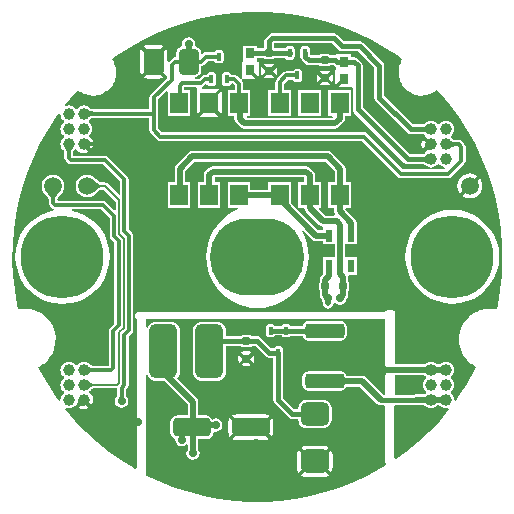
<source format=gtl>
G04*
G04 #@! TF.GenerationSoftware,Altium Limited,Altium Designer,20.1.8 (145)*
G04*
G04 Layer_Physical_Order=1*
G04 Layer_Color=255*
%FSTAX43Y43*%
%MOMM*%
G71*
G04*
G04 #@! TF.SameCoordinates,F520C443-D289-43A5-AF8C-D66C243BB58F*
G04*
G04*
G04 #@! TF.FilePolarity,Positive*
G04*
G01*
G75*
%ADD11C,0.500*%
%ADD15C,0.200*%
G04:AMPARAMS|DCode=31|XSize=4.6mm|YSize=2.4mm|CornerRadius=0.6mm|HoleSize=0mm|Usage=FLASHONLY|Rotation=270.000|XOffset=0mm|YOffset=0mm|HoleType=Round|Shape=RoundedRectangle|*
%AMROUNDEDRECTD31*
21,1,4.600,1.200,0,0,270.0*
21,1,3.400,2.400,0,0,270.0*
1,1,1.200,-0.600,-1.700*
1,1,1.200,-0.600,1.700*
1,1,1.200,0.600,1.700*
1,1,1.200,0.600,-1.700*
%
%ADD31ROUNDEDRECTD31*%
G04:AMPARAMS|DCode=32|XSize=1.6mm|YSize=3.2mm|CornerRadius=0.4mm|HoleSize=0mm|Usage=FLASHONLY|Rotation=90.000|XOffset=0mm|YOffset=0mm|HoleType=Round|Shape=RoundedRectangle|*
%AMROUNDEDRECTD32*
21,1,1.600,2.400,0,0,90.0*
21,1,0.800,3.200,0,0,90.0*
1,1,0.800,1.200,0.400*
1,1,0.800,1.200,-0.400*
1,1,0.800,-1.200,-0.400*
1,1,0.800,-1.200,0.400*
%
%ADD32ROUNDEDRECTD32*%
%ADD33R,0.800X0.850*%
G04:AMPARAMS|DCode=34|XSize=0.75mm|YSize=0.6mm|CornerRadius=0.15mm|HoleSize=0mm|Usage=FLASHONLY|Rotation=180.000|XOffset=0mm|YOffset=0mm|HoleType=Round|Shape=RoundedRectangle|*
%AMROUNDEDRECTD34*
21,1,0.750,0.300,0,0,180.0*
21,1,0.450,0.600,0,0,180.0*
1,1,0.300,-0.225,0.150*
1,1,0.300,0.225,0.150*
1,1,0.300,0.225,-0.150*
1,1,0.300,-0.225,-0.150*
%
%ADD34ROUNDEDRECTD34*%
G04:AMPARAMS|DCode=35|XSize=2.25mm|YSize=1.7mm|CornerRadius=0.425mm|HoleSize=0mm|Usage=FLASHONLY|Rotation=270.000|XOffset=0mm|YOffset=0mm|HoleType=Round|Shape=RoundedRectangle|*
%AMROUNDEDRECTD35*
21,1,2.250,0.850,0,0,270.0*
21,1,1.400,1.700,0,0,270.0*
1,1,0.850,-0.425,-0.700*
1,1,0.850,-0.425,0.700*
1,1,0.850,0.425,0.700*
1,1,0.850,0.425,-0.700*
%
%ADD35ROUNDEDRECTD35*%
%ADD36R,1.500X1.800*%
%ADD37R,0.600X1.100*%
G04:AMPARAMS|DCode=38|XSize=0.4mm|YSize=0.75mm|CornerRadius=0.1mm|HoleSize=0mm|Usage=FLASHONLY|Rotation=0.000|XOffset=0mm|YOffset=0mm|HoleType=Round|Shape=RoundedRectangle|*
%AMROUNDEDRECTD38*
21,1,0.400,0.550,0,0,0.0*
21,1,0.200,0.750,0,0,0.0*
1,1,0.200,0.100,-0.275*
1,1,0.200,-0.100,-0.275*
1,1,0.200,-0.100,0.275*
1,1,0.200,0.100,0.275*
%
%ADD38ROUNDEDRECTD38*%
G04:AMPARAMS|DCode=39|XSize=0.75mm|YSize=0.6mm|CornerRadius=0.15mm|HoleSize=0mm|Usage=FLASHONLY|Rotation=90.000|XOffset=0mm|YOffset=0mm|HoleType=Round|Shape=RoundedRectangle|*
%AMROUNDEDRECTD39*
21,1,0.750,0.300,0,0,90.0*
21,1,0.450,0.600,0,0,90.0*
1,1,0.300,0.150,0.225*
1,1,0.300,0.150,-0.225*
1,1,0.300,-0.150,-0.225*
1,1,0.300,-0.150,0.225*
%
%ADD39ROUNDEDRECTD39*%
G04:AMPARAMS|DCode=40|XSize=3.35mm|YSize=1.25mm|CornerRadius=0.313mm|HoleSize=0mm|Usage=FLASHONLY|Rotation=180.000|XOffset=0mm|YOffset=0mm|HoleType=Round|Shape=RoundedRectangle|*
%AMROUNDEDRECTD40*
21,1,3.350,0.625,0,0,180.0*
21,1,2.725,1.250,0,0,180.0*
1,1,0.625,-1.363,0.313*
1,1,0.625,1.363,0.313*
1,1,0.625,1.363,-0.313*
1,1,0.625,-1.363,-0.313*
%
%ADD40ROUNDEDRECTD40*%
G04:AMPARAMS|DCode=41|XSize=2.4mm|YSize=2mm|CornerRadius=0.5mm|HoleSize=0mm|Usage=FLASHONLY|Rotation=0.000|XOffset=0mm|YOffset=0mm|HoleType=Round|Shape=RoundedRectangle|*
%AMROUNDEDRECTD41*
21,1,2.400,1.000,0,0,0.0*
21,1,1.400,2.000,0,0,0.0*
1,1,1.000,0.700,-0.500*
1,1,1.000,-0.700,-0.500*
1,1,1.000,-0.700,0.500*
1,1,1.000,0.700,0.500*
%
%ADD41ROUNDEDRECTD41*%
%ADD42C,0.300*%
%ADD43C,0.350*%
%ADD44C,0.400*%
%ADD45C,0.600*%
%ADD46C,1.000*%
%ADD47C,1.500*%
%ADD48O,8.000X6.500*%
%ADD49C,7.000*%
%ADD50C,0.700*%
%ADD51C,0.600*%
G36*
X0091134Y0109993D02*
X0091171Y0109964D01*
X009121Y0109938D01*
X0091249Y0109916D01*
X009129Y0109897D01*
X0091332Y0109882D01*
X0091375Y0109869D01*
X009142Y0109861D01*
X0091466Y0109856D01*
X0091513Y0109854D01*
X0091521Y0109504D01*
X0091473Y0109502D01*
X0091427Y0109497D01*
X0091383Y0109488D01*
X009134Y0109476D01*
X0091299Y010946D01*
X0091258Y010944D01*
X009122Y0109417D01*
X0091183Y010939D01*
X0091147Y010936D01*
X0091113Y0109326D01*
X0091099Y0110026D01*
X0091134Y0109993D01*
D02*
G37*
G36*
X0119792Y0107999D02*
X0119761Y0108027D01*
X0119729Y0108053D01*
X0119694Y0108076D01*
X0119657Y0108095D01*
X0119618Y0108112D01*
X0119577Y0108125D01*
X0119533Y0108135D01*
X0119488Y0108143D01*
X011944Y0108147D01*
X011939Y0108149D01*
Y0108549D01*
X011944Y010855D01*
X0119488Y0108555D01*
X0119533Y0108562D01*
X0119577Y0108573D01*
X0119618Y0108587D01*
X0119657Y0108603D01*
X0119694Y0108622D01*
X0119729Y0108645D01*
X0119761Y0108671D01*
X0119792Y0108699D01*
Y0107999D01*
D02*
G37*
G36*
X0121811Y0107396D02*
X0121847Y0107366D01*
X0121885Y010734D01*
X0121924Y0107317D01*
X0121964Y0107298D01*
X0122006Y0107282D01*
X0122049Y010727D01*
X0122094Y0107261D01*
X012214Y0107256D01*
X0122187Y0107254D01*
Y0106904D01*
X012214Y0106902D01*
X0122094Y0106897D01*
X0122049Y0106888D01*
X0122006Y0106876D01*
X0121964Y010686D01*
X0121924Y0106841D01*
X0121885Y0106818D01*
X0121847Y0106792D01*
X0121811Y0106762D01*
X0121776Y0106729D01*
Y0107429D01*
X0121811Y0107396D01*
D02*
G37*
G36*
X0120087Y0106583D02*
X0120035Y0106587D01*
X0119984Y0106588D01*
X0119935Y0106585D01*
X0119889Y0106578D01*
X0119845Y0106567D01*
X0119803Y0106552D01*
X0119763Y0106533D01*
X0119725Y0106511D01*
X0119689Y0106484D01*
X0119655Y0106453D01*
X0119469Y0106691D01*
X0119498Y0106723D01*
X0119525Y0106757D01*
X0119549Y0106795D01*
X0119571Y0106835D01*
X0119591Y0106877D01*
X0119608Y0106923D01*
X0119622Y010697D01*
X0119635Y0107021D01*
X0119644Y0107074D01*
X0119651Y010713D01*
X0120087Y0106583D01*
D02*
G37*
G36*
X0089791Y0106732D02*
X0089757Y0106692D01*
X0089727Y0106652D01*
X0089701Y010661D01*
X0089679Y0106569D01*
X0089661Y0106526D01*
X0089647Y0106484D01*
X0089637Y010644D01*
X0089631Y0106396D01*
X0089629Y0106352D01*
X0089329D01*
X0089327Y0106396D01*
X0089321Y010644D01*
X0089311Y0106484D01*
X0089297Y0106526D01*
X0089279Y0106569D01*
X0089257Y010661D01*
X0089231Y0106652D01*
X0089201Y0106692D01*
X0089167Y0106732D01*
X0089129Y0106772D01*
X0089829D01*
X0089791Y0106732D01*
D02*
G37*
G36*
X0119792Y0105459D02*
X0119761Y0105488D01*
X0119729Y0105513D01*
X0119694Y0105535D01*
X0119657Y0105555D01*
X0119618Y0105572D01*
X0119577Y0105585D01*
X0119533Y0105595D01*
X0119488Y0105603D01*
X011944Y0105607D01*
X011939Y0105609D01*
Y0106009D01*
X011944Y010601D01*
X0119488Y0106015D01*
X0119533Y0106022D01*
X0119577Y0106033D01*
X0119618Y0106047D01*
X0119657Y0106063D01*
X0119694Y0106082D01*
X0119729Y0106105D01*
X0119761Y0106131D01*
X0119792Y0106159D01*
Y0105459D01*
D02*
G37*
G36*
X0107458Y0118208D02*
X0108788Y0118035D01*
X0110104Y0117777D01*
X0111401Y0117434D01*
X0112673Y0117008D01*
X0113914Y0116501D01*
X0115121Y0115914D01*
X0116287Y0115251D01*
X0117407Y0114514D01*
X0117738Y0114264D01*
X0117599Y0114028D01*
X0117591Y0114004D01*
X0117578Y0113982D01*
X0117467Y0113665D01*
X0117463Y011364D01*
X0117455Y0113616D01*
X0117408Y0113283D01*
X0117409Y0113258D01*
X0117406Y0113233D01*
X0117424Y0112897D01*
X011743Y0112873D01*
X0117432Y0112847D01*
X0117515Y0112522D01*
X0117526Y0112499D01*
X0117532Y0112474D01*
X0117677Y0112171D01*
X0117693Y0112151D01*
X0117704Y0112128D01*
X0117905Y0111859D01*
X0117924Y0111842D01*
X0117939Y0111822D01*
X0118189Y0111597D01*
X0118211Y0111584D01*
X011823Y0111567D01*
X0118518Y0111395D01*
X0118542Y0111387D01*
X0118564Y0111374D01*
X0118881Y0111261D01*
X0118906Y0111257D01*
X011893Y0111249D01*
X0119262Y01112D01*
X0119288Y0111202D01*
X0119313Y0111198D01*
X0119648Y0111215D01*
X0119673Y0111221D01*
X0119698Y0111222D01*
X0120024Y0111304D01*
X0120047Y0111315D01*
X0120072Y0111321D01*
X0120375Y0111465D01*
X0120396Y011148D01*
X0120419Y0111491D01*
X0120653Y0111665D01*
X0120919Y0111384D01*
X0121745Y0110401D01*
X0122509Y0109368D01*
X0123207Y010829D01*
X0123837Y0107171D01*
X0124397Y0106015D01*
X0124884Y0104827D01*
X0125296Y010361D01*
X0125633Y0102371D01*
X0125892Y0101113D01*
X0126073Y0099842D01*
X0126176Y0098561D01*
X0126198Y0097277D01*
X0126141Y0095994D01*
X0126005Y0094717D01*
X012579Y0093451D01*
X0125706Y0093091D01*
X0125262Y0093157D01*
X0125237Y0093155D01*
X0125211Y0093159D01*
X0124754Y0093137D01*
X0124729Y0093131D01*
X0124704Y0093129D01*
X012426Y0093018D01*
X0124237Y0093007D01*
X0124212Y0093001D01*
X0123798Y0092805D01*
X0123777Y009279D01*
X0123754Y0092779D01*
X0123387Y0092506D01*
X012337Y0092488D01*
X0123349Y0092472D01*
X0123042Y0092133D01*
X0123029Y0092111D01*
X0123011Y0092092D01*
X0122776Y0091699D01*
X0122768Y0091675D01*
X0122755Y0091653D01*
X0122601Y0091222D01*
X0122597Y0091197D01*
X0122588Y0091173D01*
X0122522Y009072D01*
X0122523Y0090695D01*
X0122519Y0090669D01*
X0122542Y0090212D01*
X0122548Y0090187D01*
X012255Y0090162D01*
X0122661Y0089718D01*
X0122672Y0089695D01*
X0122678Y008967D01*
X0122875Y0089257D01*
X012289Y0089236D01*
X0122901Y0089213D01*
X0123174Y0088846D01*
X0123193Y0088829D01*
X0123208Y0088808D01*
X0123548Y0088501D01*
X012357Y0088488D01*
X0123589Y0088471D01*
X0123981Y0088237D01*
X0123819Y0087902D01*
X0123184Y008678D01*
X0122481Y00857D01*
X0122246Y0085384D01*
X0122125Y0085434D01*
X0122125Y0085434D01*
X0122101Y0085616D01*
X012203Y0085787D01*
X0121918Y0085933D01*
X0121844Y008599D01*
Y0086147D01*
X0121918Y0086204D01*
X012203Y0086351D01*
X0122101Y0086521D01*
X0122125Y0086704D01*
X0122101Y0086886D01*
X012203Y0087057D01*
X0121918Y0087203D01*
X0121844Y008726D01*
Y0087417D01*
X0121918Y0087474D01*
X012203Y0087621D01*
X0122101Y0087791D01*
X0122125Y0087974D01*
X0122101Y0088156D01*
X012203Y0088327D01*
X0121918Y0088473D01*
X0121772Y0088585D01*
X0121601Y0088656D01*
X0121419Y008868D01*
X0121236Y0088656D01*
X0121066Y0088585D01*
X0120919Y0088473D01*
X0120914Y0088465D01*
X012091Y0088463D01*
X0120901Y0088458D01*
X0120886Y0088452D01*
X0120866Y0088446D01*
X012084Y008844D01*
X0120812Y0088436D01*
X0120779Y0088433D01*
X0120758Y0088435D01*
X0120727Y008844D01*
X0120701Y0088446D01*
X0120681Y0088452D01*
X0120666Y0088458D01*
X0120657Y0088463D01*
X0120654Y0088465D01*
X0120648Y0088473D01*
X0120502Y0088585D01*
X0120331Y0088656D01*
X0120149Y008868D01*
X0119966Y0088656D01*
X0119796Y0088585D01*
X0119649Y0088473D01*
X0119644Y0088465D01*
X011964Y0088463D01*
X0119631Y0088458D01*
X0119616Y0088452D01*
X0119596Y0088446D01*
X011957Y008844D01*
X0119542Y0088436D01*
X0119508Y0088433D01*
X0117089D01*
Y0092854D01*
X0117074Y0092932D01*
X0117029Y0092998D01*
X0116963Y0093042D01*
X0116885Y0093058D01*
X0116468D01*
X011639Y0093042D01*
X0116324Y0092998D01*
X011628Y0092932D01*
X011627Y0092883D01*
X0095324D01*
X0095246Y0092867D01*
X009518Y0092823D01*
X0095136Y0092757D01*
X009512Y0092679D01*
Y0092479D01*
X0095136Y0092401D01*
X009518Y0092335D01*
X009522Y0092308D01*
Y0079631D01*
X0095111Y0079566D01*
X0094995Y0079628D01*
X0093903Y0080312D01*
X0092855Y0081062D01*
X0091855Y0081875D01*
X0090908Y0082749D01*
X0090017Y0083681D01*
X0089186Y0084665D01*
X0089267Y0084769D01*
X0089296Y0084757D01*
X0089479Y0084733D01*
X0089661Y0084757D01*
X0089832Y0084827D01*
X0089978Y0084939D01*
X0089987Y0084952D01*
X0090114D01*
X0090178Y0084868D01*
X0090345Y008474D01*
X009054Y0084659D01*
X0090749Y0084632D01*
X0090958Y0084659D01*
X0091152Y008474D01*
X0091199Y0084776D01*
X0090643Y0085333D01*
X0090855Y0085545D01*
X0091411Y0084988D01*
X0091448Y0085035D01*
X0091528Y008523D01*
X0091556Y0085439D01*
X0091528Y0085648D01*
X0091448Y0085842D01*
X0091319Y0086009D01*
X0091236Y0086073D01*
Y00862D01*
X0091248Y0086209D01*
X0091256Y008622D01*
X0091336Y0086295D01*
X0091372Y0086324D01*
X0091407Y008635D01*
X0091438Y0086369D01*
X0091466Y0086384D01*
X0091491Y0086394D01*
X0091511Y0086401D01*
X0091523Y0086403D01*
X0093573D01*
X0093573Y0086403D01*
X0093592Y0086387D01*
Y0085806D01*
X009359Y008579D01*
X0093586Y0085774D01*
X0093582Y0085761D01*
X0093578Y008575D01*
X0093574Y0085742D01*
X0093572Y0085738D01*
X0093552Y0085726D01*
X0093431Y0085544D01*
X0093388Y0085329D01*
X0093431Y0085114D01*
X0093552Y0084932D01*
X0093734Y0084811D01*
X0093949Y0084768D01*
X0094164Y0084811D01*
X0094346Y0084932D01*
X0094467Y0085114D01*
X009451Y0085329D01*
X0094467Y0085544D01*
X0094346Y0085726D01*
X0094326Y0085738D01*
X0094324Y0085742D01*
X009432Y008575D01*
X0094316Y0085761D01*
X0094312Y0085774D01*
X0094308Y008579D01*
X0094306Y0085806D01*
Y00863D01*
X0094451Y0086446D01*
X0094529Y0086562D01*
X0094556Y0086698D01*
Y009081D01*
X0094851Y0091105D01*
X0094929Y0091221D01*
X0094956Y0091358D01*
Y009145D01*
Y0099353D01*
X0094929Y0099489D01*
X0094851Y0099605D01*
X0094556Y00999D01*
Y0104104D01*
X0094529Y0104241D01*
X0094451Y0104356D01*
X0092801Y0106006D01*
X0092686Y0106084D01*
X0092549Y0106111D01*
X0089836D01*
Y0106389D01*
X0089837Y0106403D01*
X0089843Y0106429D01*
X0089852Y0106455D01*
X0089863Y0106481D01*
X0089877Y0106508D01*
X0089895Y0106536D01*
X0089917Y0106565D01*
X0089942Y0106595D01*
X0089966Y0106621D01*
X0089978Y0106629D01*
X0089987Y0106642D01*
X0090114D01*
X0090178Y0106558D01*
X0090345Y010643D01*
X009054Y0106349D01*
X0090749Y0106322D01*
X0090958Y0106349D01*
X0091152Y010643D01*
X0091199Y0106466D01*
X0090643Y0107023D01*
X0090855Y0107235D01*
X0091106Y0106984D01*
Y0107479D01*
X0091145Y0107441D01*
X0091185Y0107407D01*
X0091226Y0107377D01*
X0091267Y0107351D01*
X0091309Y0107329D01*
X0091351Y0107311D01*
X0091394Y0107297D01*
X0091437Y0107287D01*
X0091481Y0107281D01*
X0091526Y0107279D01*
Y0106979D01*
X0091481Y0106977D01*
X0091437Y0106971D01*
X0091394Y0106961D01*
X0091351Y0106947D01*
X0091309Y0106929D01*
X0091267Y0106907D01*
X0091226Y0106881D01*
X0091216Y0106873D01*
X0091411Y0106678D01*
X0091448Y0106725D01*
X0091528Y010692D01*
X0091556Y0107129D01*
X0091528Y0107338D01*
X0091448Y0107532D01*
X0091319Y0107699D01*
X0091236Y0107763D01*
Y010789D01*
X0091248Y0107899D01*
X009136Y0108046D01*
X0091431Y0108216D01*
X0091455Y0108399D01*
X0091431Y0108581D01*
X009136Y0108752D01*
X0091248Y0108898D01*
X0091174Y0108955D01*
Y0109112D01*
X0091248Y0109169D01*
X0091259Y0109184D01*
X0091285Y0109209D01*
X0091308Y0109229D01*
X0091332Y0109246D01*
X0091356Y0109261D01*
X009138Y0109272D01*
X0091405Y0109282D01*
X0091432Y010929D01*
X0091459Y0109295D01*
X0091471Y0109297D01*
X0096317D01*
Y0108279D01*
X0096346Y0108133D01*
X0096429Y0108009D01*
X0096979Y0107459D01*
X0097103Y0107376D01*
X0097249Y0107347D01*
X0114291D01*
X0117329Y0104309D01*
X0117453Y0104226D01*
X0117599Y0104197D01*
X0121574D01*
X012172Y0104226D01*
X0121844Y0104309D01*
X0122969Y0105434D01*
X0123052Y0105558D01*
X0123081Y0105704D01*
Y0106874D01*
X0123052Y010702D01*
X0122969Y0107144D01*
X0122764Y0107349D01*
X012264Y0107432D01*
X0122494Y0107461D01*
X0122137D01*
X0122125Y0107463D01*
X0122097Y0107468D01*
X012207Y0107476D01*
X0122044Y0107486D01*
X0122019Y0107497D01*
X0121995Y0107512D01*
X012197Y0107529D01*
X0121946Y0107549D01*
X0121927Y0107567D01*
X0121918Y0107578D01*
X0121844Y0107635D01*
Y0107793D01*
X0121918Y010785D01*
X012203Y0107996D01*
X0122101Y0108166D01*
X0122125Y0108349D01*
X0122101Y0108532D01*
X012203Y0108702D01*
X0121918Y0108848D01*
X0121772Y010896D01*
X0121601Y0109031D01*
X0121419Y0109055D01*
X0121236Y0109031D01*
X0121066Y010896D01*
X0120919Y0108848D01*
X0120862Y0108774D01*
X0120705D01*
X0120648Y0108848D01*
X0120502Y010896D01*
X0120331Y0109031D01*
X0120149Y0109055D01*
X0119966Y0109031D01*
X0119796Y010896D01*
X0119649Y0108848D01*
X0119641Y0108838D01*
X0119628Y0108826D01*
X011961Y0108811D01*
X0119591Y0108799D01*
X0119569Y0108787D01*
X0119546Y0108778D01*
X0119521Y0108769D01*
X0119493Y0108762D01*
X0119462Y0108757D01*
X0119456Y0108757D01*
X0118598D01*
X0116182Y0111173D01*
Y0113729D01*
X0116182Y0113729D01*
X0116151Y0113885D01*
X0116062Y0114017D01*
X0116062Y0114017D01*
X0114412Y0115667D01*
X011428Y0115756D01*
X0114124Y0115787D01*
X0114124Y0115787D01*
X0112768D01*
X0112212Y0116342D01*
X011208Y0116431D01*
X0111924Y0116462D01*
X0111924Y0116462D01*
X0106683D01*
X0106527Y0116431D01*
X0106395Y0116342D01*
X0106395Y0116342D01*
X0106161Y0116108D01*
X0106072Y0115976D01*
X0106041Y011582D01*
X0106041Y011582D01*
Y0115253D01*
X010598Y0115212D01*
X0105449D01*
Y0115404D01*
X0104249D01*
Y0114181D01*
X0104249Y0114154D01*
X0104184Y0114054D01*
X0104149D01*
Y0112726D01*
X0104149Y0112638D01*
X0104035Y0112573D01*
X0103751Y0112856D01*
X0103636Y0112934D01*
X0103499Y0112961D01*
X0103239D01*
X0103232Y0112996D01*
X0103165Y0113095D01*
X0103066Y0113162D01*
X0102949Y0113185D01*
X0102749D01*
X0102632Y0113162D01*
X0102533Y0113095D01*
X0102466Y0112996D01*
X0102443Y0112879D01*
Y0112329D01*
X0102466Y0112212D01*
X0102533Y0112113D01*
X0102632Y0112046D01*
X0102749Y0112023D01*
X0102949D01*
X0103066Y0112046D01*
X0103165Y0112113D01*
X0103232Y0112212D01*
X0103234Y0112224D01*
X010336Y0112238D01*
X0103556Y0112043D01*
Y0111689D01*
X0102962D01*
Y010949D01*
X0103493D01*
Y0109251D01*
X0103528Y0109075D01*
X0103628Y0108926D01*
X0104038Y0108516D01*
X0104187Y0108417D01*
X0104362Y0108382D01*
X0112006D01*
X0112181Y0108417D01*
X011233Y0108516D01*
X011274Y0108926D01*
X011284Y0109075D01*
X0112874Y0109251D01*
Y010949D01*
X0113362D01*
Y0111689D01*
X0111462D01*
Y010949D01*
X0111766D01*
X0111824Y0109363D01*
X0111776Y0109299D01*
X0104592D01*
X0104544Y0109363D01*
X0104602Y010949D01*
X0104862D01*
Y0111689D01*
X0104269D01*
Y0112191D01*
X0104242Y0112327D01*
X0104165Y0112443D01*
X0104118Y011249D01*
X0104183Y0112604D01*
X0104262Y0112604D01*
X0105337D01*
X0104743Y0113198D01*
X0104955Y011341D01*
X0105549Y0112816D01*
Y0114054D01*
X0105514D01*
X0105449Y0114154D01*
X0105449Y0114181D01*
Y0114396D01*
X010598D01*
X0106087Y0114324D01*
X0106224Y0114297D01*
X0106674D01*
X0106811Y0114324D01*
X0106918Y0114396D01*
X0107827D01*
X0107883Y0114313D01*
X0107982Y0114246D01*
X0108099Y0114223D01*
X0108299D01*
X0108416Y0114246D01*
X0108515Y0114313D01*
X0108582Y0114412D01*
X0108605Y0114529D01*
Y0114794D01*
X0108607Y0114804D01*
X0108605Y0114814D01*
Y0115079D01*
X0108582Y0115196D01*
X0108515Y0115295D01*
X0108416Y0115362D01*
X0108299Y0115385D01*
X0108099D01*
X0107982Y0115362D01*
X0107883Y0115295D01*
X0107827Y0115212D01*
X0106918D01*
X0106857Y0115253D01*
Y0115646D01*
X0111755D01*
X0112311Y0115091D01*
X0112311Y0115091D01*
X0112443Y0115002D01*
X0112599Y0114971D01*
X0113955D01*
X0115366Y011356D01*
Y0111004D01*
X0115366Y0111004D01*
X0115397Y0110848D01*
X0115486Y0110716D01*
X0118141Y0108061D01*
X0118273Y0107972D01*
X0118429Y0107941D01*
X0118429Y0107941D01*
X0119456D01*
X0119462Y0107941D01*
X0119493Y0107936D01*
X0119521Y0107929D01*
X0119546Y010792D01*
X0119569Y0107911D01*
X0119591Y0107899D01*
X011961Y0107887D01*
X0119628Y0107872D01*
X0119641Y010786D01*
X0119649Y010785D01*
X0119661Y0107841D01*
Y0107778D01*
X0120255Y0107185D01*
X0120043Y0106973D01*
X0119486Y010753D01*
X011945Y0107482D01*
X0119369Y0107288D01*
X0119342Y0107079D01*
X0119369Y010687D01*
X011945Y0106676D01*
X0119578Y0106508D01*
X0119661Y0106444D01*
Y0106317D01*
X0119649Y0106308D01*
X0119641Y0106298D01*
X0119628Y0106286D01*
X011961Y0106271D01*
X0119591Y0106259D01*
X0119569Y0106247D01*
X0119546Y0106238D01*
X0119521Y0106229D01*
X0119493Y0106222D01*
X0119462Y0106217D01*
X0119456Y0106217D01*
X0118363D01*
X0114357Y0110223D01*
Y0113754D01*
X0114357Y0113754D01*
X0114326Y011391D01*
X0114237Y0114042D01*
X0114237Y0114042D01*
X0113962Y0114317D01*
X011383Y0114406D01*
X0113674Y0114437D01*
X0113674Y0114437D01*
X0113349D01*
Y0114704D01*
X0112149D01*
Y0114692D01*
X0112051Y0114611D01*
X0112049Y0114612D01*
X0112049Y0114612D01*
X0111618D01*
X0111511Y0114684D01*
X0111374Y0114711D01*
X0110924D01*
X0110787Y0114684D01*
X011068Y0114612D01*
X0109961D01*
X0109907Y0114666D01*
Y0114804D01*
X0109905Y0114814D01*
Y0115079D01*
X0109882Y0115196D01*
X0109815Y0115295D01*
X0109716Y0115362D01*
X0109599Y0115385D01*
X0109399D01*
X0109282Y0115362D01*
X0109183Y0115295D01*
X0109116Y0115196D01*
X0109093Y0115079D01*
Y0114814D01*
X0109091Y0114804D01*
Y0114497D01*
X0109091Y0114497D01*
X0109122Y0114341D01*
X0109211Y0114209D01*
X0109504Y0113916D01*
X0109504Y0113916D01*
X0109636Y0113827D01*
X0109792Y0113796D01*
X011068D01*
X0110787Y0113724D01*
X0110924Y0113697D01*
X0111374D01*
X0111511Y0113724D01*
X0111618Y0113796D01*
X011188D01*
X0111911Y0113766D01*
X0111911Y0113766D01*
X0112043Y0113677D01*
X0112149Y0113656D01*
Y0113481D01*
X0112149Y0113454D01*
X0112084Y0113354D01*
X0112049D01*
Y0112116D01*
X0112643Y011271D01*
X0112855Y0112498D01*
X0112261Y0111904D01*
X0113414D01*
X0113449Y0111904D01*
X0113541Y011182D01*
Y0110054D01*
X0113541Y0110054D01*
X0113572Y0109898D01*
X0113661Y0109766D01*
X0117906Y0105521D01*
X0117906Y0105521D01*
X0118038Y0105432D01*
X0118194Y0105401D01*
X0118194Y0105401D01*
X0119456D01*
X0119462Y0105401D01*
X0119493Y0105396D01*
X0119521Y0105389D01*
X0119546Y010538D01*
X0119569Y0105371D01*
X0119591Y0105359D01*
X011961Y0105347D01*
X0119628Y0105332D01*
X0119641Y010532D01*
X0119649Y010531D01*
X0119796Y0105198D01*
X0119966Y0105127D01*
X0120149Y0105103D01*
X0120331Y0105127D01*
X0120502Y0105198D01*
X0120648Y010531D01*
X0120705Y0105384D01*
X0120862D01*
X0120919Y010531D01*
X0121066Y0105198D01*
X0121236Y0105127D01*
X0121264Y0105123D01*
X0121329Y0104987D01*
X0121313Y0104961D01*
X0117757D01*
X0114719Y0107999D01*
X0114595Y0108082D01*
X0114449Y0108111D01*
X0097407D01*
X0097081Y0108437D01*
Y0109679D01*
Y0110896D01*
X0097755Y011157D01*
X0097882Y0111517D01*
Y010949D01*
X0099782D01*
Y0111689D01*
X0099231D01*
Y0111872D01*
X0099256Y0111897D01*
X0100276D01*
X0100322Y0111789D01*
X0100322Y011177D01*
Y0109602D01*
X0101266Y0110546D01*
X0101372Y0110439D01*
X0101478Y0110546D01*
X0102422Y0109602D01*
Y0111577D01*
X0101478Y0110633D01*
X0101266Y0110846D01*
X010221Y0111789D01*
X0100759D01*
X0100746Y0111916D01*
X0100786Y0111924D01*
X0100901Y0112002D01*
X0101058Y0112158D01*
X0101216Y0112137D01*
X0101233Y0112113D01*
X0101332Y0112046D01*
X0101449Y0112023D01*
X0101649D01*
X0101766Y0112046D01*
X0101865Y0112113D01*
X0101932Y0112212D01*
X0101955Y0112329D01*
Y0112879D01*
X0101932Y0112996D01*
X0101865Y0113095D01*
X0101766Y0113162D01*
X0101649Y0113185D01*
X0101449D01*
X0101332Y0113162D01*
X0101233Y0113095D01*
X0101166Y0112996D01*
X0101159Y0112961D01*
X0100999D01*
X0100862Y0112934D01*
X0100747Y0112856D01*
X0100501Y0112611D01*
X0100168D01*
X0100155Y0112738D01*
X0100293Y0112765D01*
X01005Y0112903D01*
X0100638Y011311D01*
X0100686Y0113354D01*
Y0113679D01*
X0100795Y0113701D01*
X0100919Y0113784D01*
X0101257Y0114122D01*
X0101814D01*
X0101816Y0114112D01*
X0101883Y0114013D01*
X0101982Y0113946D01*
X0102099Y0113923D01*
X0102299D01*
X0102416Y0113946D01*
X0102515Y0114013D01*
X0102582Y0114112D01*
X0102605Y0114229D01*
Y0114779D01*
X0102582Y0114896D01*
X0102515Y0114995D01*
X0102416Y0115062D01*
X0102299Y0115085D01*
X0102099D01*
X0101982Y0115062D01*
X0101883Y0114995D01*
X0101816Y0114896D01*
X0101814Y0114886D01*
X0101099D01*
X0100953Y0114857D01*
X0100829Y0114774D01*
X0100805Y0114751D01*
X0100677Y0114802D01*
X0100638Y0114998D01*
X01005Y0115205D01*
X0100293Y0115343D01*
X0100232Y0115355D01*
X0100161Y011546D01*
X0100185Y0115579D01*
X0100142Y0115794D01*
X0100021Y0115976D01*
X0099839Y0116097D01*
X0099624Y011614D01*
X0099409Y0116097D01*
X0099227Y0115976D01*
X0099106Y0115794D01*
X0099063Y0115579D01*
X0099087Y011546D01*
X0099016Y0115355D01*
X0098955Y0115343D01*
X0098748Y0115205D01*
X009861Y0114998D01*
X0098562Y0114754D01*
Y0114436D01*
X0098492D01*
X0098346Y0114407D01*
X0098222Y0114324D01*
X0097957Y011406D01*
X0097844Y0114096D01*
X009783Y0114107D01*
Y0114754D01*
X0097805Y0114943D01*
X0097732Y011512D01*
X0097708Y0115151D01*
X009678Y0114223D01*
X0096674Y0114329D01*
X0096568Y0114223D01*
X009564Y0115151D01*
X0095616Y011512D01*
X0095543Y0114943D01*
X0095518Y0114754D01*
Y0113354D01*
X0095543Y0113165D01*
X0095616Y0112988D01*
X009564Y0112957D01*
X0096568Y0113885D01*
X0096674Y0113779D01*
X009678Y0113885D01*
X0097754Y0112911D01*
X0097817Y011289D01*
Y0112712D01*
X0096429Y0111324D01*
X0096429Y0111324D01*
X0096346Y01112D01*
X0096317Y0111054D01*
Y0110061D01*
X0091462D01*
X0091451Y0110063D01*
X0091422Y0110068D01*
X0091395Y0110076D01*
X0091368Y0110086D01*
X0091342Y0110097D01*
X0091317Y0110112D01*
X0091292Y0110129D01*
X0091266Y0110149D01*
X0091254Y011016D01*
X0091248Y0110168D01*
X0091102Y011028D01*
X0090931Y0110351D01*
X0090749Y0110375D01*
X0090566Y0110351D01*
X0090396Y011028D01*
X0090249Y0110168D01*
X0090192Y0110094D01*
X0090035D01*
X0089978Y0110168D01*
X0089832Y011028D01*
X0089661Y0110351D01*
X0089479Y0110375D01*
X0089296Y0110351D01*
X0089266Y0110338D01*
X0089189Y0110444D01*
X008998Y0111385D01*
X0090246Y0111665D01*
X0090466Y0111499D01*
X0090489Y0111488D01*
X0090509Y0111473D01*
X0090813Y0111326D01*
X0090837Y011132D01*
X009086Y0111309D01*
X0091186Y0111224D01*
X0091212Y0111223D01*
X0091237Y0111216D01*
X0091573Y0111197D01*
X0091598Y0111201D01*
X0091624Y0111199D01*
X0091957Y0111246D01*
X0091981Y0111254D01*
X0092007Y0111258D01*
X0092325Y0111369D01*
X0092347Y0111382D01*
X0092371Y011139D01*
X0092661Y0111561D01*
X009268Y0111578D01*
X0092702Y0111591D01*
X0092953Y0111815D01*
X0092969Y0111836D01*
X0092988Y0111853D01*
X0093191Y0112121D01*
X0093202Y0112144D01*
X0093217Y0112165D01*
X0093364Y0112468D01*
X009337Y0112493D01*
X0093381Y0112516D01*
X0093466Y0112842D01*
X0093467Y0112867D01*
X0093473Y0112892D01*
X0093493Y0113228D01*
X0093489Y0113254D01*
X0093491Y0113279D01*
X0093444Y0113613D01*
X0093435Y0113637D01*
X0093432Y0113662D01*
X0093321Y011398D01*
X0093308Y0114002D01*
X00933Y0114026D01*
X009316Y0114264D01*
X0093491Y0114514D01*
X0094611Y0115251D01*
X0095777Y0115914D01*
X0096984Y0116501D01*
X0098225Y0117008D01*
X0099497Y0117434D01*
X0100794Y0117777D01*
X010211Y0118035D01*
X010344Y0118208D01*
X0104778Y0118295D01*
X010612Y0118295D01*
X0107458Y0118208D01*
D02*
G37*
G36*
X0091666Y0103998D02*
X0091819Y0103862D01*
X009189Y0103807D01*
X0091957Y010376D01*
X0092021Y0103722D01*
X0092082Y0103692D01*
X0092139Y0103671D01*
X0092192Y0103658D01*
X0092242Y0103654D01*
Y0103454D01*
X0092192Y010345D01*
X0092139Y0103437D01*
X0092082Y0103416D01*
X0092021Y0103386D01*
X0091957Y0103348D01*
X009189Y0103301D01*
X0091819Y0103246D01*
X0091666Y010311D01*
X0091585Y0103029D01*
Y0104079D01*
X0091666Y0103998D01*
D02*
G37*
G36*
X0088773Y0109674D02*
X0088773Y0109669D01*
X0088797Y0109486D01*
X0088867Y0109316D01*
X0088979Y0109169D01*
X0089054Y0109112D01*
Y0108955D01*
X0088979Y0108898D01*
X0088867Y0108752D01*
X0088797Y0108581D01*
X0088773Y0108399D01*
X0088797Y0108216D01*
X0088867Y0108046D01*
X0088979Y0107899D01*
X0089054Y0107842D01*
Y0107685D01*
X0088979Y0107628D01*
X0088867Y0107482D01*
X0088797Y0107311D01*
X0088773Y0107129D01*
X0088797Y0106946D01*
X0088867Y0106776D01*
X0088979Y0106629D01*
X0088991Y0106621D01*
X0089015Y0106595D01*
X0089041Y0106565D01*
X0089062Y0106536D01*
X008908Y0106508D01*
X0089094Y0106481D01*
X0089106Y0106455D01*
X0089114Y0106429D01*
X008912Y0106403D01*
X0089122Y0106389D01*
Y010593D01*
X0089149Y0105793D01*
X0089226Y0105677D01*
X0089402Y0105502D01*
X0089518Y0105424D01*
X0089654Y0105397D01*
X0092401D01*
X0093842Y0103956D01*
Y0102859D01*
X0093725Y0102811D01*
X0092765Y010377D01*
X0092666Y0103837D01*
X0092549Y010386D01*
X0092549Y010386D01*
X0092228D01*
X0092225Y010386D01*
X0092198Y0103866D01*
X0092163Y010388D01*
X0092119Y0103901D01*
X0092068Y0103932D01*
X0092011Y0103971D01*
X0091949Y0104019D01*
X0091806Y0104147D01*
X0091746Y0104206D01*
X0091727Y0104232D01*
X0091528Y0104384D01*
X0091297Y010448D01*
X0091049Y0104512D01*
X0090801Y010448D01*
X009057Y0104384D01*
X0090371Y0104232D01*
X0090219Y0104033D01*
X0090123Y0103802D01*
X0090091Y0103554D01*
X0090123Y0103306D01*
X0090219Y0103075D01*
X0090371Y0102876D01*
X009057Y0102724D01*
X0090801Y0102628D01*
X0091049Y0102596D01*
X0091297Y0102628D01*
X0091528Y0102724D01*
X0091727Y0102876D01*
X0091746Y0102902D01*
X0091806Y0102961D01*
X0091949Y0103089D01*
X0092011Y0103137D01*
X0092068Y0103176D01*
X0092119Y0103207D01*
X0092163Y0103228D01*
X0092198Y0103242D01*
X0092225Y0103248D01*
X0092228Y0103248D01*
X0092422D01*
X0093443Y0102227D01*
Y0101549D01*
X0093326Y01015D01*
X009262Y0102206D01*
X0092504Y0102284D01*
X0092367Y0102311D01*
X0088586D01*
X0088512Y0102436D01*
X0088525Y0102476D01*
X0088544Y0102521D01*
X008857Y010257D01*
X0088603Y0102624D01*
X0088643Y0102679D01*
X0088753Y0102808D01*
X0088802Y0102857D01*
X0088827Y0102876D01*
X0088979Y0103075D01*
X0089075Y0103306D01*
X0089107Y0103554D01*
X0089075Y0103802D01*
X0088979Y0104033D01*
X0088827Y0104232D01*
X0088628Y0104384D01*
X0088397Y010448D01*
X0088149Y0104512D01*
X0087901Y010448D01*
X008767Y0104384D01*
X0087471Y0104232D01*
X0087319Y0104033D01*
X0087223Y0103802D01*
X0087191Y0103554D01*
X0087223Y0103306D01*
X0087319Y0103075D01*
X0087471Y0102876D01*
X0087493Y010286D01*
X0087605Y010274D01*
X0087653Y0102681D01*
X0087695Y0102624D01*
X0087728Y010257D01*
X0087754Y0102521D01*
X0087773Y0102476D01*
X0087786Y0102436D01*
X0087792Y0102403D01*
Y010213D01*
X0087819Y0101993D01*
X0087897Y0101877D01*
X0088072Y0101702D01*
X0088188Y0101624D01*
X0088235Y0101615D01*
X0088238Y0101485D01*
X0087713Y0101359D01*
X0087133Y0101119D01*
X0086598Y0100791D01*
X008612Y0100383D01*
X0085712Y0099906D01*
X0085384Y009937D01*
X0085144Y009879D01*
X0084998Y009818D01*
X0084948Y0097554D01*
X0084998Y0096928D01*
X0085144Y0096318D01*
X0085384Y0095738D01*
X0085712Y0095202D01*
X008612Y0094725D01*
X0086598Y0094317D01*
X0087133Y0093989D01*
X0087713Y0093749D01*
X0088323Y0093603D01*
X0088949Y0093553D01*
X0089575Y0093603D01*
X0090185Y0093749D01*
X0090765Y0093989D01*
X00913Y0094317D01*
X0091778Y0094725D01*
X0092186Y0095202D01*
X0092514Y0095738D01*
X0092754Y0096318D01*
X00929Y0096928D01*
X009295Y0097554D01*
X00929Y009818D01*
X0092754Y009879D01*
X0092514Y009937D01*
X0092186Y0099906D01*
X0091778Y0100383D01*
X00913Y0100791D01*
X0090765Y0101119D01*
X0090185Y0101359D01*
X0089722Y010147D01*
X0089737Y0101597D01*
X0092219D01*
X0092942Y0100874D01*
Y009931D01*
X0092969Y0099174D01*
X0093047Y0099058D01*
X0093342Y0098762D01*
Y0091902D01*
X0092997Y0091557D01*
X0092919Y0091441D01*
X0092892Y0091304D01*
Y0088336D01*
X0091488D01*
X0091474Y0088338D01*
X0091449Y0088343D01*
X0091423Y0088352D01*
X0091396Y0088363D01*
X0091369Y0088377D01*
X0091341Y0088395D01*
X0091312Y0088417D01*
X0091282Y0088442D01*
X0091257Y0088466D01*
X0091248Y0088478D01*
X0091102Y008859D01*
X0090931Y0088661D01*
X0090749Y0088685D01*
X0090566Y0088661D01*
X0090396Y008859D01*
X0090249Y0088478D01*
X0090192Y0088404D01*
X0090035D01*
X0089978Y0088478D01*
X0089832Y008859D01*
X0089661Y0088661D01*
X0089479Y0088685D01*
X0089296Y0088661D01*
X0089126Y008859D01*
X0088979Y0088478D01*
X0088867Y0088332D01*
X0088797Y0088161D01*
X0088773Y0087979D01*
X0088797Y0087796D01*
X0088867Y0087626D01*
X0088979Y0087479D01*
X0089054Y0087422D01*
Y0087265D01*
X0088979Y0087208D01*
X0088867Y0087062D01*
X0088797Y0086891D01*
X0088773Y0086709D01*
X0088797Y0086526D01*
X0088867Y0086356D01*
X0088979Y0086209D01*
X0089054Y0086152D01*
Y0085995D01*
X0088979Y0085938D01*
X0088867Y0085792D01*
X0088797Y0085621D01*
X0088773Y0085439D01*
X0088773Y0085433D01*
X0088652Y0085384D01*
X0088417Y00857D01*
X0087714Y008678D01*
X008708Y0087901D01*
X0086919Y0088231D01*
X0086923Y0088239D01*
X0087315Y0088475D01*
X0087334Y0088492D01*
X0087356Y0088505D01*
X0087694Y0088813D01*
X0087709Y0088833D01*
X0087728Y008885D01*
X0088Y0089218D01*
X0088011Y0089241D01*
X0088027Y0089261D01*
X0088222Y0089675D01*
X0088228Y00897D01*
X0088239Y0089723D01*
X008835Y0090167D01*
X0088351Y0090192D01*
X0088357Y0090217D01*
X0088379Y0090674D01*
X0088375Y0090699D01*
X0088377Y0090725D01*
X0088309Y0091177D01*
X00883Y0091201D01*
X0088297Y0091226D01*
X0088142Y0091657D01*
X0088129Y0091679D01*
X0088121Y0091703D01*
X0087885Y0092095D01*
X0087868Y0092114D01*
X0087855Y0092136D01*
X0087547Y0092474D01*
X0087527Y0092489D01*
X008751Y0092508D01*
X0087142Y0092781D01*
X0087119Y0092791D01*
X0087098Y0092807D01*
X0086685Y0093002D01*
X008666Y0093008D01*
X0086637Y0093019D01*
X0086193Y009313D01*
X0086168Y0093131D01*
X0086143Y0093137D01*
X0085686Y0093159D01*
X0085661Y0093155D01*
X0085635Y0093157D01*
X0085192Y009309D01*
X0085108Y0093451D01*
X0084893Y0094717D01*
X0084757Y0095994D01*
X00847Y0097277D01*
X0084722Y0098562D01*
X0084825Y0099842D01*
X0085006Y0101114D01*
X0085265Y0102371D01*
X0085602Y0103611D01*
X0086014Y0104827D01*
X0086502Y0106016D01*
X0087061Y0107172D01*
X0087692Y0108291D01*
X008839Y0109369D01*
X0088652Y0109723D01*
X0088773Y0109674D01*
D02*
G37*
G36*
X0088603Y0102946D02*
X0088483Y0102806D01*
X0088434Y0102738D01*
X0088393Y0102672D01*
X0088359Y0102608D01*
X0088333Y0102546D01*
X0088314Y0102485D01*
X0088303Y0102426D01*
X0088299Y0102369D01*
X0087999D01*
X0087995Y0102426D01*
X0087984Y0102485D01*
X0087965Y0102546D01*
X0087939Y0102608D01*
X0087905Y0102672D01*
X0087864Y0102738D01*
X0087815Y0102806D01*
X0087759Y0102875D01*
X0087624Y0103018D01*
X0088674D01*
X0088603Y0102946D01*
D02*
G37*
G36*
X0121061Y0087624D02*
X012104Y0087643D01*
X0121015Y008766D01*
X0120986Y0087675D01*
X0120954Y0087688D01*
X0120918Y0087699D01*
X0120879Y0087708D01*
X0120836Y0087715D01*
X0120791Y008772D01*
X0120731Y0087715D01*
X0120688Y0087708D01*
X0120649Y0087699D01*
X0120613Y0087688D01*
X0120581Y0087675D01*
X0120552Y008766D01*
X0120527Y0087643D01*
X0120506Y0087624D01*
X0120506Y0088324D01*
X0120527Y0088305D01*
X0120552Y0088288D01*
X0120581Y0088273D01*
X0120613Y008826D01*
X0120649Y0088249D01*
X0120688Y008824D01*
X0120731Y0088233D01*
X0120777Y0088228D01*
X0120836Y0088233D01*
X0120879Y008824D01*
X0120919Y0088249D01*
X0120955Y008826D01*
X0120987Y0088273D01*
X0121015Y0088288D01*
X012104Y0088305D01*
X0121062Y0088324D01*
X0121061Y0087624D01*
D02*
G37*
G36*
X0091145Y0088291D02*
X0091185Y0088257D01*
X0091226Y0088227D01*
X0091267Y0088201D01*
X0091309Y0088179D01*
X0091351Y0088161D01*
X0091394Y0088147D01*
X0091437Y0088137D01*
X0091481Y0088131D01*
X0091526Y0088129D01*
Y0087829D01*
X0091481Y0087827D01*
X0091437Y0087821D01*
X0091394Y0087811D01*
X0091351Y0087797D01*
X0091309Y0087779D01*
X0091267Y0087757D01*
X0091226Y0087731D01*
X0091185Y0087701D01*
X0091145Y0087667D01*
X0091106Y0087629D01*
Y0088329D01*
X0091145Y0088291D01*
D02*
G37*
G36*
X0119791Y0087624D02*
X011977Y0087643D01*
X0119745Y008766D01*
X0119716Y0087675D01*
X0119684Y0087688D01*
X0119648Y0087699D01*
X0119609Y0087708D01*
X0119566Y0087715D01*
X011952Y008772D01*
X0119416Y0087724D01*
X0119416Y0088224D01*
X011947Y0088225D01*
X0119566Y0088233D01*
X0119609Y008824D01*
X0119649Y0088249D01*
X0119685Y008826D01*
X0119717Y0088273D01*
X0119745Y0088288D01*
X011977Y0088305D01*
X0119792Y0088324D01*
X0119791Y0087624D01*
D02*
G37*
G36*
X0091154Y0087011D02*
X0091248Y0086931D01*
X0091293Y0086899D01*
X0091337Y0086871D01*
X0091379Y0086849D01*
X0091421Y0086831D01*
X0091461Y0086819D01*
X00915Y0086811D01*
X0091539Y0086809D01*
Y0086609D01*
X00915Y0086606D01*
X0091461Y0086599D01*
X0091421Y0086586D01*
X0091379Y0086569D01*
X0091337Y0086546D01*
X0091293Y0086519D01*
X0091248Y0086486D01*
X0091202Y0086449D01*
X0091106Y0086359D01*
Y0087059D01*
X0091154Y0087011D01*
D02*
G37*
G36*
X0116264Y0088428D02*
X011628Y008835D01*
X0116324Y0088284D01*
X0116324Y0088284D01*
Y0087611D01*
X0116305Y0087598D01*
X0116261Y0087532D01*
X0116245Y0087454D01*
Y0085867D01*
X0116118Y0085855D01*
X011462Y0087353D01*
X0114471Y0087453D01*
X0114295Y0087488D01*
X0113005D01*
X0112994Y0087541D01*
X0112881Y0087711D01*
X0112711Y0087824D01*
X0112511Y0087864D01*
X0109786D01*
X0109587Y0087824D01*
X0109417Y0087711D01*
X0109304Y0087541D01*
X0109264Y0087341D01*
Y0086716D01*
X0109304Y0086517D01*
X0109417Y0086347D01*
X0109587Y0086234D01*
X0109786Y0086194D01*
X0112511D01*
X0112711Y0086234D01*
X0112881Y0086347D01*
X0112994Y0086517D01*
X0113005Y008657D01*
X0114105D01*
X0115561Y0085114D01*
X011571Y0085015D01*
X0115886Y008498D01*
X0116061Y0085015D01*
X0116085Y0085031D01*
X0116182D01*
X0116245Y0084954D01*
Y0080229D01*
X0116261Y0080151D01*
X0116305Y0080085D01*
X0116324Y0080072D01*
Y0079892D01*
X0115903Y0079629D01*
X011477Y0079014D01*
X0113602Y0078472D01*
X0112401Y0078002D01*
X0111174Y0077608D01*
X0109925Y0077291D01*
X0108659Y0077053D01*
X010738Y0076893D01*
X0106094Y0076813D01*
X0104805Y0076813D01*
X0103519Y0076893D01*
X010224Y0077053D01*
X0100974Y0077291D01*
X0099724Y0077608D01*
X0098497Y0078002D01*
X0097297Y0078471D01*
X0096128Y0079014D01*
X0096019Y0079073D01*
X0096012Y0079101D01*
X0096028Y0079179D01*
Y0087535D01*
X0096155Y008756D01*
X00962Y0087451D01*
X0096328Y0087283D01*
X0096496Y0087155D01*
X009669Y0087075D01*
X0096899Y0087047D01*
X0097582D01*
X009954Y0085089D01*
Y0084121D01*
X0098695D01*
X0098461Y0084074D01*
X0098262Y0083941D01*
X009813Y0083743D01*
X0098083Y0083509D01*
Y0082709D01*
X009813Y0082475D01*
X0098262Y0082276D01*
X0098461Y0082144D01*
X0098492Y0082097D01*
X0098488Y0082079D01*
X0098531Y0081864D01*
X0098652Y0081682D01*
X0098834Y0081561D01*
X0099049Y0081518D01*
X0099264Y0081561D01*
X0099413Y0081661D01*
X009954Y0081613D01*
Y0081232D01*
X0099481Y0081144D01*
X0099438Y0080929D01*
X0099481Y0080714D01*
X0099602Y0080532D01*
X0099784Y0080411D01*
X0099999Y0080368D01*
X0100214Y0080411D01*
X0100396Y0080532D01*
X0100517Y0080714D01*
X010056Y0080929D01*
X0100517Y0081144D01*
X0100458Y0081232D01*
Y0082097D01*
X0101095D01*
X0101329Y0082144D01*
X0101528Y0082276D01*
X010166Y0082475D01*
X0101697Y0082659D01*
X0101792Y0082744D01*
X0101834Y0082761D01*
X0101924Y0082743D01*
X0102139Y0082786D01*
X0102321Y0082907D01*
X0102442Y0083089D01*
X0102485Y0083304D01*
X0102442Y0083519D01*
X0102321Y0083701D01*
X0102139Y0083822D01*
X0101924Y0083865D01*
X0101709Y0083822D01*
X0101639Y0083775D01*
X0101528Y0083941D01*
X0101329Y0084074D01*
X0101095Y0084121D01*
X0100458D01*
Y0085279D01*
X0100423Y0085455D01*
X0100323Y0085603D01*
X0098668Y0087259D01*
X009867Y0087283D01*
X0098798Y0087451D01*
X0098878Y0087645D01*
X0098906Y0087854D01*
Y0091254D01*
X0098878Y0091463D01*
X0098798Y0091657D01*
X009867Y0091825D01*
X0098502Y0091953D01*
X0098308Y0092033D01*
X0098099Y0092061D01*
X0096899D01*
X009669Y0092033D01*
X0096496Y0091953D01*
X0096328Y0091825D01*
X00962Y0091657D01*
X0096155Y0091548D01*
X0096028Y0091573D01*
Y0092275D01*
X0116264D01*
Y0088428D01*
D02*
G37*
G36*
X0119539Y0087513D02*
X011957Y0087508D01*
X0119596Y0087502D01*
X0119616Y0087496D01*
X0119631Y008749D01*
X011964Y0087485D01*
X0119643Y0087483D01*
X0119649Y0087474D01*
X0119724Y0087417D01*
Y008726D01*
X0119649Y0087203D01*
X0119537Y0087057D01*
X0119467Y0086886D01*
X0119443Y0086704D01*
X0119467Y0086521D01*
X0119537Y0086351D01*
X0119649Y0086204D01*
X0119724Y0086147D01*
Y008599D01*
X0119649Y0085933D01*
X0119646Y0085929D01*
X0119645Y0085928D01*
X0119635Y0085923D01*
X011962Y0085917D01*
X01196Y0085911D01*
X0119574Y0085905D01*
X0119545Y00859D01*
X0119512Y0085898D01*
X0118903D01*
X0118728Y0085863D01*
X0118704Y0085847D01*
X0117076D01*
X011707Y0085854D01*
Y0087454D01*
X011712Y0087515D01*
X0119517D01*
X0119539Y0087513D01*
D02*
G37*
G36*
X0121061Y0085084D02*
X012104Y0085103D01*
X0121015Y008512D01*
X0120986Y0085135D01*
X0120954Y0085148D01*
X0120918Y0085159D01*
X0120879Y0085168D01*
X0120836Y0085175D01*
X0120791Y008518D01*
X0120731Y0085175D01*
X0120688Y0085168D01*
X0120649Y0085159D01*
X0120613Y0085148D01*
X0120581Y0085135D01*
X0120552Y008512D01*
X0120527Y0085103D01*
X0120506Y0085084D01*
X0120506Y0085784D01*
X0120527Y0085765D01*
X0120552Y0085748D01*
X0120581Y0085733D01*
X0120613Y008572D01*
X0120649Y0085709D01*
X0120688Y00857D01*
X0120731Y0085693D01*
X0120777Y0085688D01*
X0120836Y0085693D01*
X0120879Y00857D01*
X0120919Y0085709D01*
X0120955Y008572D01*
X0120987Y0085733D01*
X0121015Y0085748D01*
X012104Y0085765D01*
X0121062Y0085784D01*
X0121061Y0085084D01*
D02*
G37*
G36*
X00941Y008582D02*
X0094103Y0085786D01*
X0094108Y0085753D01*
X0094114Y0085723D01*
X0094123Y0085695D01*
X0094133Y0085668D01*
X0094146Y0085643D01*
X009416Y008562D01*
X0094176Y0085598D01*
X0094194Y0085579D01*
X0093704D01*
X0093722Y0085598D01*
X0093738Y008562D01*
X0093752Y0085643D01*
X0093765Y0085668D01*
X0093775Y0085695D01*
X0093784Y0085723D01*
X009379Y0085753D01*
X0093795Y0085786D01*
X0093798Y008582D01*
X0093799Y0085855D01*
X0094099D01*
X00941Y008582D01*
D02*
G37*
G36*
X0119788Y0085087D02*
X0119767Y0085107D01*
X0119742Y0085124D01*
X0119713Y0085139D01*
X0119681Y0085152D01*
X0119646Y0085163D01*
X0119606Y0085173D01*
X0119563Y008518D01*
X0119517Y0085185D01*
X0119413Y0085189D01*
X0119419Y0085689D01*
X0119472Y008569D01*
X0119569Y0085698D01*
X0119612Y0085704D01*
X0119652Y0085713D01*
X0119688Y0085724D01*
X011972Y0085737D01*
X0119749Y0085752D01*
X0119774Y0085769D01*
X0119795Y0085787D01*
X0119788Y0085087D01*
D02*
G37*
G36*
X0090744Y0084939D02*
X0090689Y0084938D01*
X0090637Y0084933D01*
X0090587Y0084926D01*
X0090539Y0084915D01*
X0090494Y0084901D01*
X0090451Y0084884D01*
X0090411Y0084864D01*
X0090374Y008484D01*
X0090338Y0084813D01*
X0090305Y0084783D01*
X0090093Y0084995D01*
X0090123Y0085028D01*
X009015Y0085064D01*
X0090174Y0085101D01*
X0090194Y0085142D01*
X0090211Y0085184D01*
X0090225Y0085229D01*
X0090236Y0085277D01*
X0090243Y0085327D01*
X0090248Y0085379D01*
X0090249Y0085434D01*
X0090744Y0084939D01*
D02*
G37*
G36*
X0118723Y008501D02*
X0118899Y0084975D01*
X0118923Y008498D01*
X0119513D01*
X0119536Y0084978D01*
X0119567Y0084972D01*
X0119592Y0084966D01*
X0119612Y008496D01*
X0119627Y0084954D01*
X0119636Y0084949D01*
X011964Y0084947D01*
X0119641Y0084945D01*
X0119649Y0084934D01*
X0119796Y0084822D01*
X0119966Y0084752D01*
X0120149Y0084728D01*
X0120331Y0084752D01*
X0120502Y0084822D01*
X0120648Y0084934D01*
X0120654Y0084943D01*
X0120657Y0084945D01*
X0120667Y008495D01*
X0120681Y0084956D01*
X0120702Y0084962D01*
X0120727Y0084968D01*
X0120756Y0084972D01*
X0120788Y0084975D01*
X0120809Y0084973D01*
X012084Y0084968D01*
X0120866Y0084962D01*
X0120886Y0084956D01*
X0120901Y008495D01*
X012091Y0084945D01*
X0120913Y0084943D01*
X0120919Y0084934D01*
X0121066Y0084822D01*
X0121236Y0084752D01*
X0121419Y0084728D01*
X0121601Y0084752D01*
X0121626Y0084762D01*
X0121713Y0084666D01*
X0120881Y0083681D01*
X011999Y008275D01*
X0119043Y0081876D01*
X0118044Y0081062D01*
X0117166Y0080434D01*
X0117053Y0080492D01*
Y0084954D01*
X0117116Y0085031D01*
X0118692D01*
X0118723Y008501D01*
D02*
G37*
%LPC*%
G36*
X0097099Y0115485D02*
X0096249D01*
X009606Y011546D01*
X0095883Y0115387D01*
X0095852Y0115363D01*
X0096674Y0114541D01*
X0097496Y0115363D01*
X0097465Y0115387D01*
X0097288Y011546D01*
X0097099Y0115485D01*
D02*
G37*
G36*
X0106674Y0113913D02*
X0106224D01*
X0106048Y0113878D01*
X0106027Y0113863D01*
X0106449Y0113441D01*
X0106871Y0113863D01*
X010685Y0113878D01*
X0106674Y0113913D01*
D02*
G37*
G36*
X0106449Y0113379D02*
X0106374Y0113304D01*
X0106449Y0113229D01*
X0106524Y0113304D01*
X0106449Y0113379D01*
D02*
G37*
G36*
X0107083Y0113651D02*
X0106736Y0113304D01*
X0107083Y0112957D01*
X0107098Y0112978D01*
X0107133Y0113154D01*
Y0113454D01*
X0107098Y011363D01*
X0107083Y0113651D01*
D02*
G37*
G36*
X0105815Y0113651D02*
X01058Y011363D01*
X0105765Y0113454D01*
Y0113154D01*
X01058Y0112978D01*
X0105815Y0112957D01*
X0106162Y0113304D01*
X0105815Y0113651D01*
D02*
G37*
G36*
X0111374Y0113313D02*
X0110924D01*
X0110748Y0113278D01*
X0110727Y0113263D01*
X0111149Y0112841D01*
X0111571Y0113263D01*
X011155Y0113278D01*
X0111374Y0113313D01*
D02*
G37*
G36*
X0106449Y0113167D02*
X0106027Y0112745D01*
X0106048Y011273D01*
X0106224Y0112695D01*
X0106674D01*
X010685Y011273D01*
X0106871Y0112745D01*
X0106449Y0113167D01*
D02*
G37*
G36*
X0111149Y0112779D02*
X0111074Y0112704D01*
X0111149Y0112629D01*
X0111224Y0112704D01*
X0111149Y0112779D01*
D02*
G37*
G36*
X0096674Y0113567D02*
X0095852Y0112745D01*
X0095883Y0112721D01*
X009606Y0112648D01*
X0096249Y0112623D01*
X0097099D01*
X0097288Y0112648D01*
X0097465Y0112721D01*
X0097496Y0112745D01*
X0096674Y0113567D01*
D02*
G37*
G36*
X0111783Y0113051D02*
X0111436Y0112704D01*
X0111783Y0112357D01*
X0111798Y0112378D01*
X0111833Y0112554D01*
Y0112854D01*
X0111798Y011303D01*
X0111783Y0113051D01*
D02*
G37*
G36*
X0110515D02*
X01105Y011303D01*
X0110465Y0112854D01*
Y0112554D01*
X01105Y0112378D01*
X0110515Y0112357D01*
X0110862Y0112704D01*
X0110515Y0113051D01*
D02*
G37*
G36*
X0108949Y0113485D02*
X0108749D01*
X0108632Y0113462D01*
X0108533Y0113395D01*
X0108466Y0113296D01*
X0108459Y0113261D01*
X0107899D01*
X0107762Y0113234D01*
X0107647Y0113156D01*
X010708Y011259D01*
X0107003Y0112474D01*
X0106976Y0112337D01*
Y0111689D01*
X0106382D01*
Y010949D01*
X0108282D01*
Y0111689D01*
X0107689D01*
Y011219D01*
X0108047Y0112547D01*
X0108459D01*
X0108466Y0112512D01*
X0108533Y0112413D01*
X0108632Y0112346D01*
X0108749Y0112323D01*
X0108949D01*
X0109066Y0112346D01*
X0109165Y0112413D01*
X0109232Y0112512D01*
X0109255Y0112629D01*
Y0113179D01*
X0109232Y0113296D01*
X0109165Y0113395D01*
X0109066Y0113462D01*
X0108949Y0113485D01*
D02*
G37*
G36*
X0111149Y0112567D02*
X0110727Y0112145D01*
X0110748Y011213D01*
X0110924Y0112095D01*
X0111374D01*
X011155Y011213D01*
X0111571Y0112145D01*
X0111149Y0112567D01*
D02*
G37*
G36*
X0110822Y0111689D02*
X0108922D01*
Y010949D01*
X0110822D01*
Y0111689D01*
D02*
G37*
G36*
X0101372Y0110227D02*
X0100535Y010939D01*
X010221D01*
X0101372Y0110227D01*
D02*
G37*
G36*
X0123449Y0104613D02*
X0123175Y0104577D01*
X0122919Y0104471D01*
X01227Y0104303D01*
X0122532Y0104084D01*
X0122426Y0103828D01*
X012239Y0103554D01*
X0122426Y010328D01*
X0122532Y0103024D01*
X0122608Y0102925D01*
X0123343Y010366D01*
X0124078Y0104395D01*
X0123979Y0104471D01*
X0123723Y0104577D01*
X0123449Y0104613D01*
D02*
G37*
G36*
X012429Y0104183D02*
X0123555Y0103448D01*
X012282Y0102713D01*
X0122919Y0102637D01*
X0123175Y0102531D01*
X0123449Y0102495D01*
X0123723Y0102531D01*
X0123979Y0102637D01*
X0124198Y0102805D01*
X0124366Y0103024D01*
X0124472Y010328D01*
X0124508Y0103554D01*
X0124472Y0103828D01*
X0124366Y0104084D01*
X012429Y0104183D01*
D02*
G37*
G36*
X0111449Y0106513D02*
X0099949D01*
X0099773Y0106478D01*
X0099625Y0106378D01*
X0098572Y0105326D01*
X0098472Y0105177D01*
X0098438Y0105001D01*
Y010389D01*
X0097882D01*
Y010169D01*
X0099782D01*
Y010389D01*
X0099355D01*
Y0104811D01*
X0100139Y0105595D01*
X0111259D01*
X0112018Y0104837D01*
Y010389D01*
X0111462D01*
Y010169D01*
X0111954D01*
Y0101391D01*
X0111988Y0101215D01*
X0112039Y010114D01*
X0111971Y0101013D01*
X0111216D01*
X0110656Y0101572D01*
X0110705Y010169D01*
X0110822D01*
Y010389D01*
X0110331D01*
Y0104461D01*
X0110296Y0104637D01*
X0110197Y0104786D01*
X0109904Y0105078D01*
X0109755Y0105178D01*
X0109579Y0105213D01*
X0101665D01*
X010149Y0105178D01*
X0101341Y0105078D01*
X0101048Y0104786D01*
X0100948Y0104637D01*
X0100914Y0104461D01*
Y010389D01*
X0100422D01*
Y010169D01*
X0102322D01*
Y010389D01*
X0101831D01*
Y0104271D01*
X0101855Y0104295D01*
X0109389D01*
X0109414Y0104271D01*
Y010389D01*
X0108922D01*
Y010169D01*
X0109417D01*
X0109448Y0101532D01*
X0109548Y0101383D01*
X0110701Y010023D01*
X011085Y010013D01*
X0110999Y0100101D01*
Y0099813D01*
X0110589D01*
X0108282Y0102119D01*
Y010389D01*
X0106382D01*
Y0103248D01*
X0104862D01*
Y010389D01*
X0102962D01*
Y010169D01*
X0103781D01*
X0103801Y0101564D01*
X010379Y010156D01*
X0103281Y0101309D01*
X0102809Y0100994D01*
X0102383Y010062D01*
X0102009Y0100194D01*
X0101694Y0099722D01*
X0101443Y0099213D01*
X010126Y0098676D01*
X010115Y009812D01*
X0101113Y0097554D01*
X010115Y0096988D01*
X010126Y0096432D01*
X0101443Y0095895D01*
X0101694Y0095386D01*
X0102009Y0094914D01*
X0102383Y0094488D01*
X0102809Y0094114D01*
X0103281Y0093799D01*
X010379Y0093548D01*
X0104327Y0093365D01*
X0104883Y0093255D01*
X0105449Y0093218D01*
X0106015Y0093255D01*
X0106571Y0093365D01*
X0107108Y0093548D01*
X0107617Y0093799D01*
X0108089Y0094114D01*
X0108515Y0094488D01*
X0108889Y0094914D01*
X0109204Y0095386D01*
X0109455Y0095895D01*
X0109638Y0096432D01*
X0109748Y0096988D01*
X0109785Y0097554D01*
X0109748Y009812D01*
X0109638Y0098676D01*
X0109455Y0099213D01*
X0109204Y0099722D01*
X0109307Y0099797D01*
X0110075Y009903D01*
X0110223Y009893D01*
X0110399Y0098895D01*
X0110999D01*
Y0098604D01*
X011199D01*
Y0097504D01*
X0110999D01*
Y009604D01*
X0110875Y0095916D01*
X0110775Y0095767D01*
X011074Y0095591D01*
Y0095447D01*
X0110719Y0095416D01*
X0110692Y0095279D01*
Y0094829D01*
X0110719Y0094692D01*
X011074Y0094661D01*
Y0094304D01*
X0110775Y0094128D01*
X0110875Y009398D01*
X011091Y0093944D01*
X0110931Y0093839D01*
X011099Y0093751D01*
Y0093608D01*
X0111025Y0093433D01*
X0111125Y0093284D01*
X0111125Y0093284D01*
X0111273Y0093184D01*
X0111449Y0093149D01*
X0111625Y0093184D01*
X0111773Y0093284D01*
X0111873Y0093433D01*
X0111908Y0093608D01*
X0111908Y0093608D01*
Y0093645D01*
X0112035Y0093684D01*
X0112052Y0093657D01*
X0112234Y0093536D01*
X0112449Y0093493D01*
X0112664Y0093536D01*
X0112846Y0093657D01*
X0112967Y0093839D01*
X0112988Y0093944D01*
X0113023Y009398D01*
X0113123Y0094128D01*
X0113158Y0094304D01*
Y0094661D01*
X0113179Y0094692D01*
X0113206Y0094829D01*
Y0095279D01*
X0113179Y0095416D01*
X0113158Y0095447D01*
Y0095804D01*
X0113143Y0095877D01*
X0113248Y0096004D01*
X0113899D01*
Y0097504D01*
X0112908D01*
Y0098604D01*
X0113899D01*
Y0100104D01*
X0113858D01*
Y0100404D01*
X0113823Y010058D01*
X0113723Y0100728D01*
X0112889Y0101563D01*
X0112915Y010169D01*
X0113362D01*
Y010389D01*
X0112935D01*
Y0105027D01*
X01129Y0105202D01*
X0112801Y0105351D01*
X0111773Y0106378D01*
X0111625Y0106478D01*
X0111449Y0106513D01*
D02*
G37*
G36*
X0121949Y0101533D02*
X0121326Y0101484D01*
X0120719Y0101339D01*
X0120142Y01011D01*
X011961Y0100773D01*
X0119135Y0100368D01*
X011873Y0099893D01*
X0118403Y0099361D01*
X0118164Y0098784D01*
X0118019Y0098176D01*
X011797Y0097554D01*
X0118019Y0096932D01*
X0118164Y0096324D01*
X0118403Y0095747D01*
X011873Y0095215D01*
X0119135Y009474D01*
X011961Y0094335D01*
X0120142Y0094008D01*
X0120719Y0093769D01*
X0121326Y0093624D01*
X0121949Y0093575D01*
X0122572Y0093624D01*
X0123179Y0093769D01*
X0123756Y0094008D01*
X0124288Y0094335D01*
X0124763Y009474D01*
X0125168Y0095215D01*
X0125495Y0095747D01*
X0125734Y0096324D01*
X0125879Y0096932D01*
X0125928Y0097554D01*
X0125879Y0098176D01*
X0125734Y0098784D01*
X0125495Y0099361D01*
X0125168Y0099893D01*
X0124763Y0100368D01*
X0124288Y0100773D01*
X0123756Y01011D01*
X0123179Y0101339D01*
X0122572Y0101484D01*
X0121949Y0101533D01*
D02*
G37*
G36*
X0112511Y0092114D02*
X0109786D01*
X0109587Y0092074D01*
X0109417Y0091961D01*
X0109304Y0091791D01*
X0109283Y0091687D01*
X0108258D01*
X0108257Y0091696D01*
X010819Y0091795D01*
X0108091Y0091862D01*
X0107974Y0091885D01*
X0107774D01*
X0107657Y0091862D01*
X0107558Y0091795D01*
X0107502Y0091712D01*
X0106946D01*
X010689Y0091795D01*
X0106791Y0091862D01*
X0106674Y0091885D01*
X0106474D01*
X0106357Y0091862D01*
X0106258Y0091795D01*
X0106191Y0091696D01*
X0106168Y0091579D01*
Y0091314D01*
X0106166Y0091304D01*
X0106168Y0091294D01*
Y0091029D01*
X0106191Y0090912D01*
X0106258Y0090813D01*
X0106357Y0090746D01*
X0106474Y0090723D01*
X0106674D01*
X0106791Y0090746D01*
X010689Y0090813D01*
X0106946Y0090896D01*
X0107502D01*
X0107558Y0090813D01*
X0107657Y0090746D01*
X0107774Y0090723D01*
X0107974D01*
X0108091Y0090746D01*
X010819Y0090813D01*
X0108229Y0090871D01*
X0109283D01*
X0109304Y0090767D01*
X0109417Y0090597D01*
X0109587Y0090484D01*
X0109786Y0090444D01*
X0112511D01*
X0112711Y0090484D01*
X0112881Y0090597D01*
X0112994Y0090767D01*
X0113034Y0090966D01*
Y0091591D01*
X0112994Y0091791D01*
X0112881Y0091961D01*
X0112711Y0092074D01*
X0112511Y0092114D01*
D02*
G37*
G36*
X0104749Y0089538D02*
X0104299D01*
X0104123Y0089503D01*
X0104102Y0089488D01*
X0104524Y0089066D01*
X0104946Y0089488D01*
X0104925Y0089503D01*
X0104749Y0089538D01*
D02*
G37*
G36*
X0104524Y0089004D02*
X0104449Y0088929D01*
X0104524Y0088854D01*
X0104599Y0088929D01*
X0104524Y0089004D01*
D02*
G37*
G36*
X010389Y0089276D02*
X0103875Y0089255D01*
X010384Y0089079D01*
Y0088779D01*
X0103875Y0088603D01*
X010389Y0088582D01*
X0104237Y0088929D01*
X010389Y0089276D01*
D02*
G37*
G36*
X0105158Y0089276D02*
X0104811Y0088929D01*
X0105158Y0088582D01*
X0105173Y0088603D01*
X0105208Y0088779D01*
Y0089079D01*
X0105173Y0089255D01*
X0105158Y0089276D01*
D02*
G37*
G36*
X0104524Y0088792D02*
X0104102Y008837D01*
X0104123Y0088355D01*
X0104299Y008832D01*
X0104749D01*
X0104925Y0088355D01*
X0104946Y008837D01*
X0104524Y0088792D01*
D02*
G37*
G36*
X0101999Y0092061D02*
X0100799D01*
X010059Y0092033D01*
X0100396Y0091953D01*
X0100228Y0091825D01*
X01001Y0091657D01*
X010002Y0091463D01*
X0099992Y0091254D01*
Y0087854D01*
X010002Y0087645D01*
X01001Y0087451D01*
X0100228Y0087283D01*
X0100396Y0087155D01*
X010059Y0087075D01*
X0100799Y0087047D01*
X0101999D01*
X0102208Y0087075D01*
X0102402Y0087155D01*
X010257Y0087283D01*
X0102698Y0087451D01*
X0102778Y0087645D01*
X0102806Y0087854D01*
Y0090021D01*
X0104055D01*
X0104162Y0089949D01*
X0104299Y0089922D01*
X0104749D01*
X0104886Y0089949D01*
X0104993Y0090021D01*
X0105255D01*
X0106161Y0089116D01*
X0106161Y0089116D01*
X0106293Y0089027D01*
X0106449Y0088996D01*
X0106449Y0088996D01*
X0106816D01*
Y0085429D01*
X0106816Y0085429D01*
X0106847Y0085273D01*
X0106936Y0085141D01*
X0108136Y0083941D01*
X0108136Y0083941D01*
X0108268Y0083852D01*
X0108424Y0083821D01*
X0108918D01*
Y0083729D01*
X0108942Y0083546D01*
X0109013Y0083376D01*
X0109125Y008323D01*
X0109271Y0083118D01*
X0109441Y0083047D01*
X0109624Y0083023D01*
X0111024D01*
X0111207Y0083047D01*
X0111377Y0083118D01*
X0111523Y008323D01*
X0111635Y0083376D01*
X0111706Y0083546D01*
X011173Y0083729D01*
Y0084729D01*
X0111706Y0084912D01*
X0111635Y0085082D01*
X0111523Y0085228D01*
X0111377Y008534D01*
X0111207Y0085411D01*
X0111024Y0085435D01*
X0109624D01*
X0109441Y0085411D01*
X0109271Y008534D01*
X0109125Y0085228D01*
X0109013Y0085082D01*
X0108942Y0084912D01*
X0108918Y0084729D01*
Y0084637D01*
X0108593D01*
X0107632Y0085598D01*
Y0089404D01*
X010763Y0089414D01*
Y0089679D01*
X0107607Y0089796D01*
X010754Y0089895D01*
X0107441Y0089962D01*
X0107324Y0089985D01*
X0107124D01*
X0107007Y0089962D01*
X0106908Y0089895D01*
X0106852Y0089812D01*
X0106618D01*
X0105712Y0090717D01*
X010558Y0090806D01*
X0105424Y0090837D01*
X0105424Y0090837D01*
X0104993D01*
X0104886Y0090909D01*
X0104749Y0090936D01*
X0104299D01*
X0104162Y0090909D01*
X0104055Y0090837D01*
X0102806D01*
Y0091254D01*
X0102778Y0091463D01*
X0102698Y0091657D01*
X010257Y0091825D01*
X0102402Y0091953D01*
X0102208Y0092033D01*
X0101999Y0092061D01*
D02*
G37*
G36*
X0103104Y0083888D02*
X0103084Y0083862D01*
X0103013Y0083692D01*
X0102989Y0083509D01*
Y0082709D01*
X0103013Y0082526D01*
X0103084Y0082356D01*
X0103104Y008233D01*
X0103883Y0083109D01*
X0103104Y0083888D01*
D02*
G37*
G36*
X0106686Y0083888D02*
X0105907Y0083109D01*
X0106686Y008233D01*
X0106706Y0082356D01*
X0106777Y0082526D01*
X0106801Y0082709D01*
Y0083509D01*
X0106777Y0083692D01*
X0106706Y0083862D01*
X0106686Y0083888D01*
D02*
G37*
G36*
X0106095Y0084215D02*
X0103695D01*
X0103512Y0084191D01*
X0103342Y008412D01*
X0103316Y00841D01*
X0104201Y0083215D01*
X0104095Y0083109D01*
X0104201Y0083003D01*
X0103316Y0082118D01*
X0103342Y0082097D01*
X0103512Y0082027D01*
X0103695Y0082003D01*
X0106095D01*
X0106278Y0082027D01*
X0106448Y0082097D01*
X0106474Y0082118D01*
X0105589Y0083003D01*
X0105695Y0083109D01*
X0105589Y0083215D01*
X0106474Y00841D01*
X0106448Y008412D01*
X0106278Y0084191D01*
X0106095Y0084215D01*
D02*
G37*
G36*
X0111687Y008118D02*
X0110736Y0080229D01*
X0111687Y0079278D01*
X0111723Y0079326D01*
X0111803Y007952D01*
X0111831Y0079729D01*
Y0080729D01*
X0111803Y0080938D01*
X0111723Y0081132D01*
X0111687Y008118D01*
D02*
G37*
G36*
X0108961D02*
X0108925Y0081132D01*
X0108845Y0080938D01*
X0108817Y0080729D01*
Y0079729D01*
X0108845Y007952D01*
X0108925Y0079326D01*
X0108961Y0079278D01*
X0109912Y0080229D01*
X0108961Y008118D01*
D02*
G37*
G36*
X0111024Y0081536D02*
X0109624D01*
X0109415Y0081508D01*
X0109221Y0081428D01*
X0109173Y0081392D01*
X011023Y0080335D01*
X0110124Y0080229D01*
X011023Y0080123D01*
X0109173Y0079066D01*
X0109221Y007903D01*
X0109415Y007895D01*
X0109624Y0078922D01*
X0111024D01*
X0111233Y007895D01*
X0111427Y007903D01*
X0111475Y0079066D01*
X0110418Y0080123D01*
X0110524Y0080229D01*
X0110418Y0080335D01*
X0111475Y0081392D01*
X0111427Y0081428D01*
X0111233Y0081508D01*
X0111024Y0081536D01*
D02*
G37*
%LPD*%
D11*
X0111449Y0094054D02*
Y0094054D01*
X0111199Y0094304D02*
X0111449Y0094054D01*
X0112449Y0094054D02*
X0112699Y0094304D01*
Y0094929D01*
X0111449Y0093608D02*
Y0094054D01*
Y0093608D02*
X0111449Y0093608D01*
X0115779Y0087974D02*
X0120158D01*
X0115699Y0088054D02*
X0115779Y0087974D01*
X0120158D02*
X0121428D01*
X0118903Y0085439D02*
X0120164D01*
X0120169Y0085434D02*
X0121428D01*
X0120158D02*
X0120169D01*
X0109872Y0101707D02*
X0111026Y0100554D01*
X0112156D01*
X0109872Y0101707D02*
Y0104461D01*
X0112699Y0094929D02*
Y0095054D01*
Y0094929D02*
X0112699Y0094929D01*
X0112699Y0094929D02*
Y0095804D01*
X0099999Y0080929D02*
Y0083229D01*
X0099049D02*
X0099999D01*
X0099049Y0082079D02*
Y0083229D01*
X0099999Y0083304D02*
X0101924D01*
X0098999Y0083229D02*
X0099049D01*
X0118899Y0085434D02*
X0118903Y0085439D01*
X0120164D02*
X0120169Y0085434D01*
X0099624Y0114054D02*
Y0115579D01*
X0112449Y0096754D02*
Y0099354D01*
X0105024Y0098329D02*
X0105624Y0097729D01*
X0104424Y0098329D02*
X0105024D01*
X0105199Y0097554D02*
X0105324Y0097429D01*
X0111149Y0087029D02*
X0114295D01*
X0115886Y0085439D01*
X0107332Y0102421D02*
Y0102789D01*
X0103912D02*
X0107332D01*
Y0102421D02*
X0110399Y0099354D01*
X0112449D02*
Y0100261D01*
X0112156Y0100554D02*
X0112449Y0100261D01*
X0101372Y0104461D02*
X0101665Y0104754D01*
X0101372Y0102789D02*
Y0104461D01*
X0101665Y0104754D02*
X0109579D01*
X0109872Y0104461D01*
X0099949Y0106054D02*
X0111449D01*
X0098896Y0105001D02*
X0099949Y0106054D01*
X0111449D02*
X0112476Y0105027D01*
X0112412Y0101391D02*
Y0102789D01*
Y0101391D02*
X0113399Y0100404D01*
Y0099354D02*
Y0100404D01*
X0112476Y0102854D02*
Y0105027D01*
X0098896Y0102854D02*
Y0105001D01*
X0112412Y011059D02*
X0112416Y0110586D01*
X0103952Y0109251D02*
X0104362Y0108841D01*
X0103952Y0109251D02*
Y011055D01*
X0104362Y0108841D02*
X0112006D01*
X0112416Y0109251D01*
Y0110586D01*
X0103912Y011059D02*
X0103952Y011055D01*
X0098832Y0102789D02*
X0098896Y0102854D01*
X0112412Y0102789D02*
X0112476Y0102854D01*
X0111199Y0095054D02*
Y0095591D01*
Y0094304D02*
Y0095054D01*
X0110399Y0099354D02*
X0111499D01*
Y0095891D02*
Y0096754D01*
X0111199Y0095591D02*
X0111499Y0095891D01*
X0112449Y0096054D02*
X0112699Y0095804D01*
X0112449Y0096054D02*
Y0096754D01*
X0097524Y0087754D02*
Y0090804D01*
Y0087754D02*
X0099999Y0085279D01*
Y0083229D02*
Y0083304D01*
Y0085279D01*
X0102224Y0097429D02*
X0105324D01*
X0102324Y0098329D02*
X0104424D01*
X0103374Y0097554D02*
X0105199D01*
X0105449D01*
X0104424Y0098329D02*
X0105199Y0097554D01*
X0102349Y0096529D02*
X0104424D01*
X0105324Y0097429D01*
X0108449Y0096754D02*
Y0098479D01*
Y0096754D02*
X0108549Y0096654D01*
D15*
X0093749Y0099497D02*
Y0102354D01*
X0093573Y0086709D02*
X0093749Y0086884D01*
Y0091144D02*
X0094149Y0091544D01*
X0092549Y0103554D02*
X0093749Y0102354D01*
Y0099497D02*
X0094149Y0099097D01*
X0093749Y0086884D02*
Y0091144D01*
X0090749Y0086709D02*
X0093573D01*
X0094149Y0091544D02*
Y0099097D01*
X0091049Y0103554D02*
X0092549D01*
D31*
X0101399Y0089554D02*
D03*
X0097499D02*
D03*
D32*
X0104895Y0083109D02*
D03*
X0099895D02*
D03*
D33*
X0112749Y0114079D02*
D03*
Y0112629D02*
D03*
X0104849Y0113329D02*
D03*
Y0114779D02*
D03*
D34*
X0106449Y0114804D02*
D03*
Y0113304D02*
D03*
X0104524Y0088929D02*
D03*
Y0090429D02*
D03*
X0111149Y0114204D02*
D03*
Y0112704D02*
D03*
D35*
X0096674Y0114054D02*
D03*
X0099624D02*
D03*
D36*
X0098832Y011059D02*
D03*
X0101372D02*
D03*
X0103912D02*
D03*
Y0102789D02*
D03*
X0101372D02*
D03*
X0098832D02*
D03*
X0107332Y011059D02*
D03*
X0109872D02*
D03*
X0112412D02*
D03*
Y0102789D02*
D03*
X0109872D02*
D03*
X0107332D02*
D03*
D37*
X0113399Y0096754D02*
D03*
X0112449D02*
D03*
X0111499D02*
D03*
Y0099354D02*
D03*
X0112449D02*
D03*
X0113399D02*
D03*
D38*
X0109499Y0114804D02*
D03*
X0108199D02*
D03*
X0108849Y0112904D02*
D03*
X0102199Y0114504D02*
D03*
X0102849Y0112604D02*
D03*
X0101549D02*
D03*
X0107224Y0089404D02*
D03*
X0106574Y0091304D02*
D03*
X0107874D02*
D03*
D39*
X0111199Y0095054D02*
D03*
X0112699D02*
D03*
D40*
X0111149Y0087029D02*
D03*
Y0091279D02*
D03*
D41*
X0110324Y0080229D02*
D03*
Y0084229D02*
D03*
D42*
X0120149Y0107079D02*
X0120158D01*
X0120069D02*
X0120149D01*
X0119369Y0106554D02*
X0119544D01*
X0093299Y009931D02*
Y0101022D01*
X0092367Y0101954D02*
X0093299Y0101022D01*
Y009931D02*
X0093699Y009891D01*
X0093249Y0091304D02*
X0093699Y0091754D01*
Y009891D01*
X0093073Y0087979D02*
X0093249Y0088154D01*
Y0091304D01*
X0090749Y0087979D02*
X0093073D01*
X0088325Y0101954D02*
X0092367D01*
X0094199Y0086698D02*
Y0090958D01*
X0093949Y0086448D02*
X0094199Y0086698D01*
Y0090958D02*
X0094599Y0091358D01*
X0094199Y0099753D02*
X0094599Y0099353D01*
Y0091358D02*
Y009145D01*
X0094199Y0099753D02*
Y0104104D01*
X0092549Y0105754D02*
X0094199Y0104104D01*
X0094599Y009145D02*
Y0099353D01*
X0093949Y0085329D02*
Y0086448D01*
X0088149Y010213D02*
Y0103554D01*
Y010213D02*
X0088325Y0101954D01*
X0089654Y0105754D02*
X0092549D01*
X0090099Y0084789D02*
X0090749Y0085439D01*
X0090099Y0084029D02*
Y0084789D01*
X0089479Y010593D02*
Y0107129D01*
Y010593D02*
X0089654Y0105754D01*
X0119544Y0106554D02*
X0120069Y0107079D01*
X0102849Y0112604D02*
X0103499D01*
X0103912Y0112191D01*
Y011059D02*
Y0112191D01*
X0098874Y011202D02*
X0099108Y0112254D01*
X0098874Y0110631D02*
Y011202D01*
X0099108Y0112254D02*
X0100649D01*
X0100999Y0112604D01*
X0090749Y0107129D02*
X0092806D01*
X0107332Y011059D02*
Y0112337D01*
X0107899Y0112904D02*
X0108849D01*
X0107332Y0112337D02*
X0107899Y0112904D01*
X0100999Y0112604D02*
X0101549D01*
D43*
X0096699Y0111054D02*
Y0111054D01*
Y0109679D02*
Y0111054D01*
X0090749Y0109669D02*
X0090759Y0109679D01*
X0122699Y0105704D02*
Y0106874D01*
X0121428Y0107079D02*
X0122494D01*
X0122699Y0106874D01*
X0121574Y0104579D02*
X0122699Y0105704D01*
X0114449Y0107729D02*
X0117599Y0104579D01*
X0096699Y0108279D02*
X0097249Y0107729D01*
X0114449D01*
X0090759Y0109679D02*
X0096699D01*
Y0108279D02*
Y0109679D01*
X0117599Y0104579D02*
X0121574D01*
X0096699Y0111054D02*
X0098199Y0112554D01*
Y0113761D01*
X0098492Y0114054D02*
X0099624D01*
X0098199Y0113761D02*
X0098492Y0114054D01*
X0099624D02*
X0100649D01*
X0101099Y0114504D01*
X0102199D01*
D44*
X0106683Y0116054D02*
X0111924D01*
X0112599Y0115379D02*
X0114124D01*
X0111924Y0116054D02*
X0112599Y0115379D01*
X0115774Y0111004D02*
Y0113729D01*
X0114124Y0115379D02*
X0115774Y0113729D01*
Y0111004D02*
X0118429Y0108349D01*
X0118899D01*
X0120158D01*
X0118194Y0105809D02*
X0120158D01*
X0112799Y0114029D02*
X0113674D01*
X0113949Y0110054D02*
Y0113754D01*
X0113674Y0114029D02*
X0113949Y0113754D01*
X0098832Y011059D02*
X0098874Y0110631D01*
X0107224Y0085429D02*
X0108424Y0084229D01*
X0107224Y0085429D02*
Y0089404D01*
X0113949Y0110054D02*
X0118194Y0105809D01*
X0115886Y0085439D02*
X0118874D01*
X0106449Y011582D02*
X0106683Y0116054D01*
X0106449Y0114804D02*
Y011582D01*
X0112749Y0114079D02*
X0112799Y0114029D01*
X0112724Y0114054D02*
X0112749Y0114079D01*
X0112199Y0114054D02*
X0112724D01*
X0111149Y0114204D02*
X0112049D01*
X0112199Y0114054D01*
X0109499Y0114497D02*
Y0114804D01*
X0109792Y0114204D02*
X0111149D01*
X0109499Y0114497D02*
X0109792Y0114204D01*
X0104849Y0114779D02*
X0104874Y0114804D01*
X0106449D01*
X0106449Y0114804D01*
X0108199D01*
X0108424Y0084229D02*
X0110324D01*
X0107899Y0091279D02*
X0111149D01*
X0106574Y0091304D02*
X0107874D01*
X0101424Y0090804D02*
X0101799Y0090429D01*
X0104524D01*
X0105424D01*
X0106449Y0089404D01*
X0107224D01*
D45*
X0107097Y0102554D02*
X0107332Y0102789D01*
D46*
X0120149Y0087974D02*
D03*
X0121419D02*
D03*
X0120149Y0086704D02*
D03*
X0121419D02*
D03*
X0120149Y0085434D02*
D03*
X0121419D02*
D03*
X0090749Y0107129D02*
D03*
X0089479D02*
D03*
X0090749Y0108399D02*
D03*
X0089479D02*
D03*
X0090749Y0109669D02*
D03*
X0089479D02*
D03*
Y0087979D02*
D03*
Y0086709D02*
D03*
X0090749D02*
D03*
X0089479Y0085439D02*
D03*
X0090749D02*
D03*
Y0087979D02*
D03*
X0121419Y0105809D02*
D03*
X0120149D02*
D03*
X0121419Y0107079D02*
D03*
X0120149D02*
D03*
X0121419Y0108349D02*
D03*
X0120149D02*
D03*
D47*
X0088149Y0103554D02*
D03*
X0091049D02*
D03*
X0123449D02*
D03*
D48*
X0105449Y0097554D02*
D03*
D49*
X0121949D02*
D03*
X0088949D02*
D03*
D50*
X0112449Y0094054D02*
D03*
X0111449D02*
D03*
X0094949Y0100054D02*
D03*
X0115199Y0096939D02*
D03*
X0104849Y0117154D02*
D03*
X0113449Y0108654D02*
D03*
X0118824Y0103554D02*
D03*
X0099999Y0080929D02*
D03*
X0101924Y0083304D02*
D03*
X0099049Y0082079D02*
D03*
X0105299Y0079699D02*
D03*
Y0081759D02*
D03*
Y0080729D02*
D03*
X0110649Y0115129D02*
D03*
X0095474Y0108579D02*
D03*
X0093949Y0085329D02*
D03*
X0099224Y0100279D02*
D03*
X0105574Y0111954D02*
D03*
X0095124Y0112029D02*
D03*
X0099624Y0115579D02*
D03*
X0086449Y0101554D02*
D03*
X0109949Y0112654D02*
D03*
X0110949Y0104554D02*
D03*
X0096324Y0112054D02*
D03*
X0093449Y0106054D02*
D03*
X0098449Y0093804D02*
D03*
X0102199D02*
D03*
X0108524D02*
D03*
X0095374Y0083554D02*
D03*
X0104924Y0084629D02*
D03*
X0108549Y0096654D02*
D03*
X0108449Y0098479D02*
D03*
X0108649Y0097529D02*
D03*
X0107224Y0083204D02*
D03*
X0105474Y0078579D02*
D03*
X0103974Y0078654D02*
D03*
X0106999D02*
D03*
X0105974Y0088629D02*
D03*
X0100458Y0086354D02*
D03*
X0112474Y0080929D02*
D03*
X0112449Y0079354D02*
D03*
X0108124Y0080579D02*
D03*
X0108049Y0079229D02*
D03*
X0099099Y0079779D02*
D03*
X0099074Y0078879D02*
D03*
X0102224Y0097429D02*
D03*
X0102324Y0098329D02*
D03*
X0102349Y0096529D02*
D03*
D51*
X0094849Y0087604D02*
D03*
M02*

</source>
